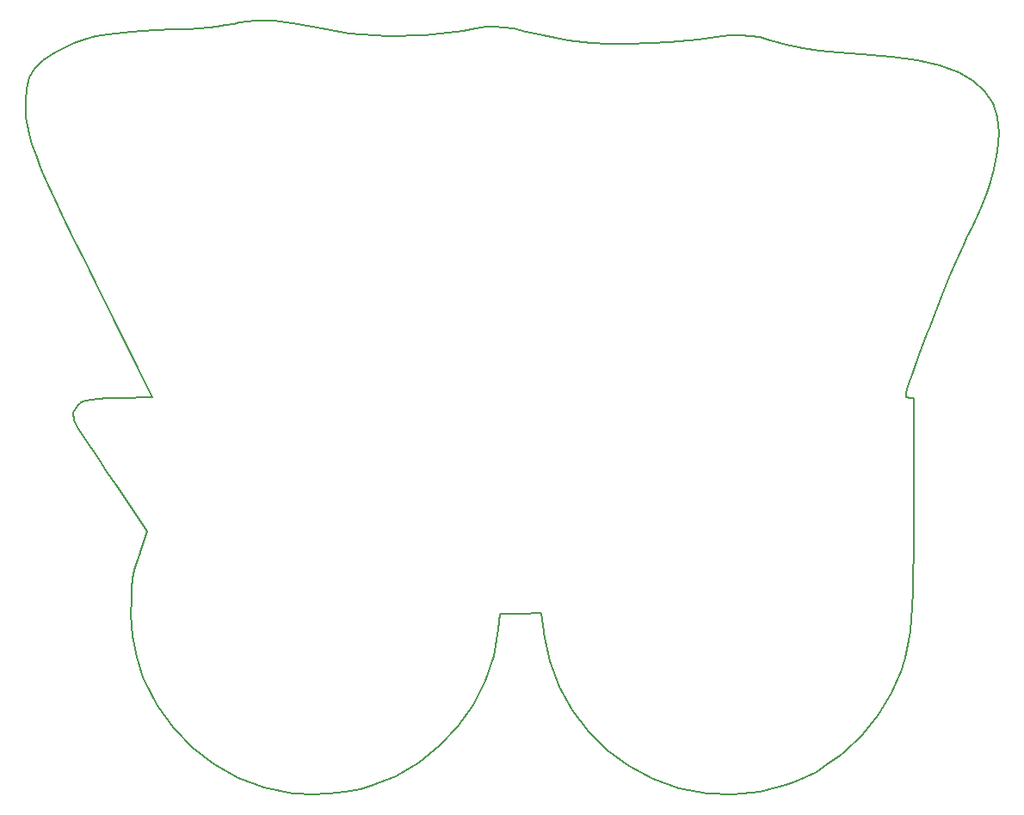
<source format=gm1>
G04 #@! TF.FileFunction,Profile,NP*
%FSLAX46Y46*%
G04 Gerber Fmt 4.6, Leading zero omitted, Abs format (unit mm)*
G04 Created by KiCad (PCBNEW 4.0.2+dfsg1-stable) date Thu 12 Apr 2018 12:39:55 PM EDT*
%MOMM*%
G01*
G04 APERTURE LIST*
%ADD10C,0.100000*%
%ADD11C,0.200000*%
G04 APERTURE END LIST*
D10*
D11*
X112563394Y-28060528D02*
X114455320Y-28286707D01*
X114455320Y-28286707D02*
X116373874Y-28681681D01*
X116373874Y-28681681D02*
X120013147Y-29339901D01*
X120013147Y-29339901D02*
X123762652Y-29622407D01*
X123762652Y-29622407D02*
X127533355Y-29526985D01*
X127533355Y-29526985D02*
X131236219Y-29051421D01*
X131236219Y-29051421D02*
X131237500Y-29051187D01*
X131237500Y-29051187D02*
X132509428Y-28829645D01*
X132509428Y-28829645D02*
X133515601Y-28697507D01*
X133515601Y-28697507D02*
X134382920Y-28658406D01*
X134382920Y-28658406D02*
X135238288Y-28715978D01*
X135238288Y-28715978D02*
X136208607Y-28873856D01*
X136208607Y-28873856D02*
X137420778Y-29135675D01*
X137420778Y-29135675D02*
X137877734Y-29241363D01*
X137877734Y-29241363D02*
X139100490Y-29512238D01*
X139100490Y-29512238D02*
X140378412Y-29771793D01*
X140378412Y-29771793D02*
X141548912Y-29988226D01*
X141548912Y-29988226D02*
X142350000Y-30116225D01*
X142350000Y-30116225D02*
X143810345Y-30260481D01*
X143810345Y-30260481D02*
X145573682Y-30338943D01*
X145573682Y-30338943D02*
X147525146Y-30353680D01*
X147525146Y-30353680D02*
X149549869Y-30306764D01*
X149549869Y-30306764D02*
X151532987Y-30200262D01*
X151532987Y-30200262D02*
X153359632Y-30036247D01*
X153359632Y-30036247D02*
X154415000Y-29898814D01*
X154415000Y-29898814D02*
X156080086Y-29666341D01*
X156080086Y-29666341D02*
X157425255Y-29530628D01*
X157425255Y-29530628D02*
X158542976Y-29492780D01*
X158542976Y-29492780D02*
X159525717Y-29553902D01*
X159525717Y-29553902D02*
X160465945Y-29715098D01*
X160465945Y-29715098D02*
X161456130Y-29977476D01*
X161456130Y-29977476D02*
X161475223Y-29983205D01*
X161475223Y-29983205D02*
X163048781Y-30414257D01*
X163048781Y-30414257D02*
X164623998Y-30751671D01*
X164623998Y-30751671D02*
X166306198Y-31011747D01*
X166306198Y-31011747D02*
X168200704Y-31210785D01*
X168200704Y-31210785D02*
X170399608Y-31364327D01*
X170399608Y-31364327D02*
X173369476Y-31610119D01*
X173369476Y-31610119D02*
X175946773Y-31990575D01*
X175946773Y-31990575D02*
X178143087Y-32514398D01*
X178143087Y-32514398D02*
X179970005Y-33190287D01*
X179970005Y-33190287D02*
X181439115Y-34026943D01*
X181439115Y-34026943D02*
X182562003Y-35033066D01*
X182562003Y-35033066D02*
X183350259Y-36217358D01*
X183350259Y-36217358D02*
X183815468Y-37588519D01*
X183815468Y-37588519D02*
X183969219Y-39155248D01*
X183969219Y-39155248D02*
X183823100Y-40926248D01*
X183823100Y-40926248D02*
X183744375Y-41384371D01*
X183744375Y-41384371D02*
X183465748Y-42685472D01*
X183465748Y-42685472D02*
X183114718Y-43945324D01*
X183114718Y-43945324D02*
X182658563Y-45253457D01*
X182658563Y-45253457D02*
X182064560Y-46699396D01*
X182064560Y-46699396D02*
X181299986Y-48372670D01*
X181299986Y-48372670D02*
X180841192Y-49327298D01*
X180841192Y-49327298D02*
X180383057Y-50316956D01*
X180383057Y-50316956D02*
X179814041Y-51622461D01*
X179814041Y-51622461D02*
X179167931Y-53161814D01*
X179167931Y-53161814D02*
X178478517Y-54853016D01*
X178478517Y-54853016D02*
X177779587Y-56614069D01*
X177779587Y-56614069D02*
X177104929Y-58362973D01*
X177104929Y-58362973D02*
X176959913Y-58746465D01*
X176959913Y-58746465D02*
X176299104Y-60502939D01*
X176299104Y-60502939D02*
X175775844Y-61904046D01*
X175775844Y-61904046D02*
X175378202Y-62990480D01*
X175378202Y-62990480D02*
X175094246Y-63802939D01*
X175094246Y-63802939D02*
X174912045Y-64382118D01*
X174912045Y-64382118D02*
X174819669Y-64768713D01*
X174819669Y-64768713D02*
X174805186Y-65003422D01*
X174805186Y-65003422D02*
X174856665Y-65126939D01*
X174856665Y-65126939D02*
X174962175Y-65179961D01*
X174962175Y-65179961D02*
X175068535Y-65197810D01*
X175068535Y-65197810D02*
X175581667Y-65264786D01*
X175581667Y-65264786D02*
X175581667Y-75510152D01*
X175581667Y-75510152D02*
X175577698Y-78250956D01*
X175577698Y-78250956D02*
X175563711Y-80610598D01*
X175563711Y-80610598D02*
X175536590Y-82631194D01*
X175536590Y-82631194D02*
X175493214Y-84354859D01*
X175493214Y-84354859D02*
X175430466Y-85823708D01*
X175430466Y-85823708D02*
X175345228Y-87079857D01*
X175345228Y-87079857D02*
X175234381Y-88165421D01*
X175234381Y-88165421D02*
X175094807Y-89122516D01*
X175094807Y-89122516D02*
X174923388Y-89993256D01*
X174923388Y-89993256D02*
X174717005Y-90819758D01*
X174717005Y-90819758D02*
X174472539Y-91644136D01*
X174472539Y-91644136D02*
X174361597Y-91988192D01*
X174361597Y-91988192D02*
X173417456Y-94243633D01*
X173417456Y-94243633D02*
X172120253Y-96413349D01*
X172120253Y-96413349D02*
X170540081Y-98399343D01*
X170540081Y-98399343D02*
X168747032Y-100103618D01*
X168747032Y-100103618D02*
X168313108Y-100444527D01*
X168313108Y-100444527D02*
X167072955Y-101344664D01*
X167072955Y-101344664D02*
X165996190Y-102026896D01*
X165996190Y-102026896D02*
X164941597Y-102567301D01*
X164941597Y-102567301D02*
X163767958Y-103041958D01*
X163767958Y-103041958D02*
X162987500Y-103313622D01*
X162987500Y-103313622D02*
X160387592Y-103991710D01*
X160387592Y-103991710D02*
X157809310Y-104290069D01*
X157809310Y-104290069D02*
X155317557Y-104201306D01*
X155317557Y-104201306D02*
X155257162Y-104194091D01*
X155257162Y-104194091D02*
X152498728Y-103657277D01*
X152498728Y-103657277D02*
X149921030Y-102754909D01*
X149921030Y-102754909D02*
X147550580Y-101513176D01*
X147550580Y-101513176D02*
X145413890Y-99958266D01*
X145413890Y-99958266D02*
X143537471Y-98116371D01*
X143537471Y-98116371D02*
X141947836Y-96013678D01*
X141947836Y-96013678D02*
X140671495Y-93676379D01*
X140671495Y-93676379D02*
X139734961Y-91130661D01*
X139734961Y-91130661D02*
X139164744Y-88402715D01*
X139164744Y-88402715D02*
X139148812Y-88281478D01*
X139148812Y-88281478D02*
X138906072Y-86388694D01*
X138906072Y-86388694D02*
X136870953Y-86448931D01*
X136870953Y-86448931D02*
X134835834Y-86509167D01*
X134835834Y-86509167D02*
X134700056Y-87990834D01*
X134700056Y-87990834D02*
X134254137Y-90602668D01*
X134254137Y-90602668D02*
X133424710Y-93092537D01*
X133424710Y-93092537D02*
X132242765Y-95424506D01*
X132242765Y-95424506D02*
X130739295Y-97562638D01*
X130739295Y-97562638D02*
X128945291Y-99470996D01*
X128945291Y-99470996D02*
X126891745Y-101113643D01*
X126891745Y-101113643D02*
X124609648Y-102454644D01*
X124609648Y-102454644D02*
X122129991Y-103458062D01*
X122129991Y-103458062D02*
X121107323Y-103752373D01*
X121107323Y-103752373D02*
X119639967Y-104040095D01*
X119639967Y-104040095D02*
X117988299Y-104222407D01*
X117988299Y-104222407D02*
X116329486Y-104287865D01*
X116329486Y-104287865D02*
X114840689Y-104225024D01*
X114840689Y-104225024D02*
X114466933Y-104181293D01*
X114466933Y-104181293D02*
X111698661Y-103594597D01*
X111698661Y-103594597D02*
X109113545Y-102640087D01*
X109113545Y-102640087D02*
X106738781Y-101338879D01*
X106738781Y-101338879D02*
X104601567Y-99712092D01*
X104601567Y-99712092D02*
X102729097Y-97780843D01*
X102729097Y-97780843D02*
X101148568Y-95566249D01*
X101148568Y-95566249D02*
X99887176Y-93089429D01*
X99887176Y-93089429D02*
X99749666Y-92753334D01*
X99749666Y-92753334D02*
X99091147Y-90756608D01*
X99091147Y-90756608D02*
X98702495Y-88702400D01*
X98702495Y-88702400D02*
X98565657Y-86472134D01*
X98565657Y-86472134D02*
X98590658Y-85140007D01*
X98590658Y-85140007D02*
X98654799Y-83929392D01*
X98654799Y-83929392D02*
X98745720Y-82998292D01*
X98745720Y-82998292D02*
X98889462Y-82202892D01*
X98889462Y-82202892D02*
X99112070Y-81399374D01*
X99112070Y-81399374D02*
X99439585Y-80443923D01*
X99439585Y-80443923D02*
X99442507Y-80435811D01*
X99442507Y-80435811D02*
X100181616Y-78384121D01*
X100181616Y-78384121D02*
X97075880Y-73768311D01*
X97075880Y-73768311D02*
X96208157Y-72479877D01*
X96208157Y-72479877D02*
X95387800Y-71264008D01*
X95387800Y-71264008D02*
X94653846Y-70178387D01*
X94653846Y-70178387D02*
X94045332Y-69280697D01*
X94045332Y-69280697D02*
X93601294Y-68628623D01*
X93601294Y-68628623D02*
X93384974Y-68314332D01*
X93384974Y-68314332D02*
X92937277Y-67436085D01*
X92937277Y-67436085D02*
X92895740Y-66668723D01*
X92895740Y-66668723D02*
X93260127Y-66016560D01*
X93260127Y-66016560D02*
X93522379Y-65786761D01*
X93522379Y-65786761D02*
X93796669Y-65613197D01*
X93796669Y-65613197D02*
X94131062Y-65486137D01*
X94131062Y-65486137D02*
X94599908Y-65394991D01*
X94599908Y-65394991D02*
X95277555Y-65329170D01*
X95277555Y-65329170D02*
X96238352Y-65278084D01*
X96238352Y-65278084D02*
X97384545Y-65236667D01*
X97384545Y-65236667D02*
X100650164Y-65130834D01*
X100650164Y-65130834D02*
X95481985Y-54759167D01*
X95481985Y-54759167D02*
X94095414Y-51966382D01*
X94095414Y-51966382D02*
X92892242Y-49516684D01*
X92892242Y-49516684D02*
X91859905Y-47377910D01*
X91859905Y-47377910D02*
X90985838Y-45517903D01*
X90985838Y-45517903D02*
X90257474Y-43904503D01*
X90257474Y-43904503D02*
X89662248Y-42505549D01*
X89662248Y-42505549D02*
X89187596Y-41288883D01*
X89187596Y-41288883D02*
X88820952Y-40222344D01*
X88820952Y-40222344D02*
X88549750Y-39273774D01*
X88549750Y-39273774D02*
X88361426Y-38411012D01*
X88361426Y-38411012D02*
X88243414Y-37601899D01*
X88243414Y-37601899D02*
X88183149Y-36814275D01*
X88183149Y-36814275D02*
X88167982Y-36039719D01*
X88167982Y-36039719D02*
X88255227Y-34741419D01*
X88255227Y-34741419D02*
X88540352Y-33676901D01*
X88540352Y-33676901D02*
X89070967Y-32779424D01*
X89070967Y-32779424D02*
X89894680Y-31982249D01*
X89894680Y-31982249D02*
X91059102Y-31218637D01*
X91059102Y-31218637D02*
X91942954Y-30747883D01*
X91942954Y-30747883D02*
X92956320Y-30279113D01*
X92956320Y-30279113D02*
X93970677Y-29907159D01*
X93970677Y-29907159D02*
X95060041Y-29617981D01*
X95060041Y-29617981D02*
X96298428Y-29397539D01*
X96298428Y-29397539D02*
X97759855Y-29231791D01*
X97759855Y-29231791D02*
X99518338Y-29106698D01*
X99518338Y-29106698D02*
X100969167Y-29035653D01*
X100969167Y-29035653D02*
X102718698Y-28958084D01*
X102718698Y-28958084D02*
X104122798Y-28886660D01*
X104122798Y-28886660D02*
X105259157Y-28814138D01*
X105259157Y-28814138D02*
X106205464Y-28733274D01*
X106205464Y-28733274D02*
X107039409Y-28636827D01*
X107039409Y-28636827D02*
X107838683Y-28517553D01*
X107838683Y-28517553D02*
X108680975Y-28368208D01*
X108680975Y-28368208D02*
X109205235Y-28267800D01*
X109205235Y-28267800D02*
X110845096Y-28056058D01*
X110845096Y-28056058D02*
X112563394Y-28060528D01*
M02*

</source>
